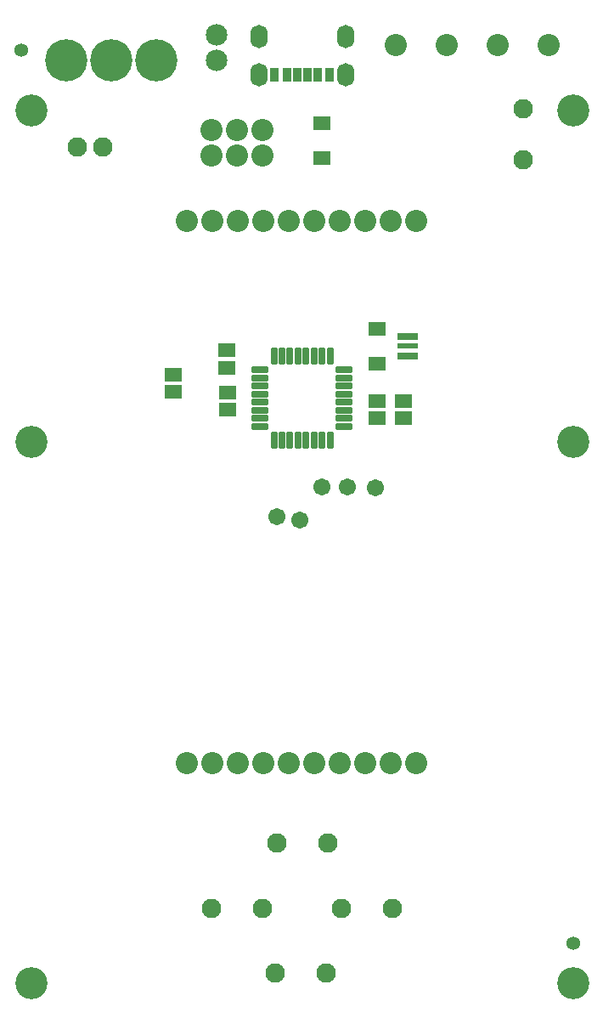
<source format=gbr>
%TF.GenerationSoftware,Altium Limited,Altium Designer,24.0.1 (36)*%
G04 Layer_Color=8388736*
%FSLAX45Y45*%
%MOMM*%
%TF.SameCoordinates,EF88BD92-104B-4C59-846E-D9FF23BA8C3F*%
%TF.FilePolarity,Negative*%
%TF.FileFunction,Soldermask,Top*%
%TF.Part,Single*%
G01*
G75*
%TA.AperFunction,SMDPad,CuDef*%
%ADD36C,1.70320*%
%ADD37R,1.67320X1.37320*%
G04:AMPARAMS|DCode=38|XSize=0.754mm|YSize=1.674mm|CornerRadius=0.17075mm|HoleSize=0mm|Usage=FLASHONLY|Rotation=180.000|XOffset=0mm|YOffset=0mm|HoleType=Round|Shape=RoundedRectangle|*
%AMROUNDEDRECTD38*
21,1,0.75400,1.33250,0,0,180.0*
21,1,0.41250,1.67400,0,0,180.0*
1,1,0.34150,-0.20625,0.66625*
1,1,0.34150,0.20625,0.66625*
1,1,0.34150,0.20625,-0.66625*
1,1,0.34150,-0.20625,-0.66625*
%
%ADD38ROUNDEDRECTD38*%
G04:AMPARAMS|DCode=39|XSize=1.674mm|YSize=0.754mm|CornerRadius=0.17075mm|HoleSize=0mm|Usage=FLASHONLY|Rotation=180.000|XOffset=0mm|YOffset=0mm|HoleType=Round|Shape=RoundedRectangle|*
%AMROUNDEDRECTD39*
21,1,1.67400,0.41250,0,0,180.0*
21,1,1.33250,0.75400,0,0,180.0*
1,1,0.34150,-0.66625,0.20625*
1,1,0.34150,0.66625,0.20625*
1,1,0.34150,0.66625,-0.20625*
1,1,0.34150,-0.66625,-0.20625*
%
%ADD39ROUNDEDRECTD39*%
%ADD40R,1.70320X1.45320*%
%TA.AperFunction,ConnectorPad*%
%ADD41R,0.92700X1.32700*%
%ADD42R,0.88700X1.32700*%
%ADD43R,0.82700X1.32700*%
%TA.AperFunction,SMDPad,CuDef*%
%ADD44R,2.10320X0.80320*%
%ADD45R,2.10320X0.60320*%
%TA.AperFunction,WasherPad*%
%ADD46C,1.35520*%
%TA.AperFunction,ComponentPad*%
%ADD47C,1.95320*%
%TA.AperFunction,ViaPad*%
%ADD48C,3.20320*%
%TA.AperFunction,ComponentPad*%
%ADD49C,2.20320*%
%ADD50C,2.15320*%
%ADD51O,1.72700X2.32700*%
%ADD52C,4.20320*%
D36*
X3200000Y5250000D02*
D03*
X3450000D02*
D03*
X2979127Y4920873D02*
D03*
X2750000Y4950000D02*
D03*
X3730000Y5240000D02*
D03*
D37*
X3750000Y6107100D02*
D03*
Y5932900D02*
D03*
X2260000Y6189100D02*
D03*
Y6014900D02*
D03*
X1720000Y6192900D02*
D03*
Y6367100D02*
D03*
X4010000Y5932900D02*
D03*
Y6107100D02*
D03*
X2250000Y6607100D02*
D03*
Y6432900D02*
D03*
D38*
X3280001Y6549000D02*
D03*
X3200000D02*
D03*
X3120000D02*
D03*
X3040001Y6549000D02*
D03*
X2960000Y6549000D02*
D03*
X2880000D02*
D03*
X2800000Y6548999D02*
D03*
X2720000Y6549000D02*
D03*
X2720000Y5715000D02*
D03*
X2800000D02*
D03*
X2880000D02*
D03*
X2960000Y5714999D02*
D03*
X3040000Y5715000D02*
D03*
X3120000D02*
D03*
X3200000Y5715000D02*
D03*
X3280000Y5714999D02*
D03*
D39*
X3417000Y5851999D02*
D03*
Y5932000D02*
D03*
Y6012000D02*
D03*
X3417000Y6091999D02*
D03*
X3417000Y6172000D02*
D03*
Y6252000D02*
D03*
X3417000Y6332000D02*
D03*
X3417000Y6412000D02*
D03*
X2583000Y6412000D02*
D03*
Y6332000D02*
D03*
Y6252000D02*
D03*
X2583000Y6172000D02*
D03*
X2583000Y6092000D02*
D03*
Y6012000D02*
D03*
X2583000Y5932000D02*
D03*
X2583000Y5852000D02*
D03*
D40*
X3750000Y6822500D02*
D03*
Y6477500D02*
D03*
X3200000Y8527500D02*
D03*
Y8872500D02*
D03*
D41*
X2725000Y9350000D02*
D03*
X3275000D02*
D03*
D42*
X2848000D02*
D03*
X3152000D02*
D03*
D43*
X2950000D02*
D03*
X3050000D02*
D03*
D44*
X4050000Y6555000D02*
D03*
Y6745000D02*
D03*
D45*
Y6650000D02*
D03*
D46*
X5700000Y700000D02*
D03*
X200000Y9600000D02*
D03*
D47*
X2604000Y1050000D02*
D03*
X2096000D02*
D03*
X762000Y8636000D02*
D03*
X1016000D02*
D03*
X3244000Y408000D02*
D03*
X2736000D02*
D03*
X3254000Y1700000D02*
D03*
X2746000D02*
D03*
X5207000Y8509000D02*
D03*
Y9017000D02*
D03*
X3904000Y1050000D02*
D03*
X3396000D02*
D03*
D48*
X5700000Y5700000D02*
D03*
X300000D02*
D03*
X5700000Y9000000D02*
D03*
Y300000D02*
D03*
X300000D02*
D03*
Y9000000D02*
D03*
D49*
X2866000Y2500001D02*
D03*
X2612000D02*
D03*
X2358000D02*
D03*
X2104000D02*
D03*
X1850000D02*
D03*
X4136000D02*
D03*
X3882000D02*
D03*
X3628000D02*
D03*
X3374000D02*
D03*
X3120000D02*
D03*
X2866000Y7900001D02*
D03*
X2612000D02*
D03*
X2358000D02*
D03*
X2104000D02*
D03*
X1850000D02*
D03*
X4136000D02*
D03*
X3882000D02*
D03*
X3628000D02*
D03*
X3374000D02*
D03*
X3120000D02*
D03*
X2604000Y8804000D02*
D03*
Y8550000D02*
D03*
X2350000Y8804000D02*
D03*
Y8550000D02*
D03*
X2096000Y8804000D02*
D03*
Y8550000D02*
D03*
X5461000Y9652000D02*
D03*
X4953000D02*
D03*
X3937000D02*
D03*
X4445000D02*
D03*
D50*
X2150000Y9496000D02*
D03*
Y9750000D02*
D03*
D51*
X3432000Y9738000D02*
D03*
X2568000D02*
D03*
Y9358000D02*
D03*
X3432000D02*
D03*
D52*
X650000Y9500000D02*
D03*
X1100000D02*
D03*
X1550000D02*
D03*
%TF.MD5,c22896159b7c6e1a66aa8c69879894bc*%
M02*

</source>
